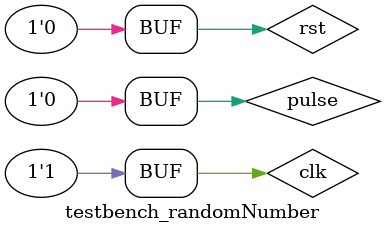
<source format=v>

`timescale 1ns/10ps
module testbench_randomNumber();
 reg pulse ;
 reg rst,clk;
 wire [3:0]count;

 randomNumb rnG(pulse,rst,clk,count);
 always 
 begin
  clk <= 0;
  #10;
  clk <= 1;
  #10;
 end // Note: Procedure repeats
// Vector Procedure
 initial 
  begin
#3 rst=0;
#40 pulse =1;
#40 pulse =0;
#20 rst=1;
#40 pulse =1;
#40 pulse =0;
#40 rst =1;
#40 rst =1;
#70 rst=0;
  end
endmodule

</source>
